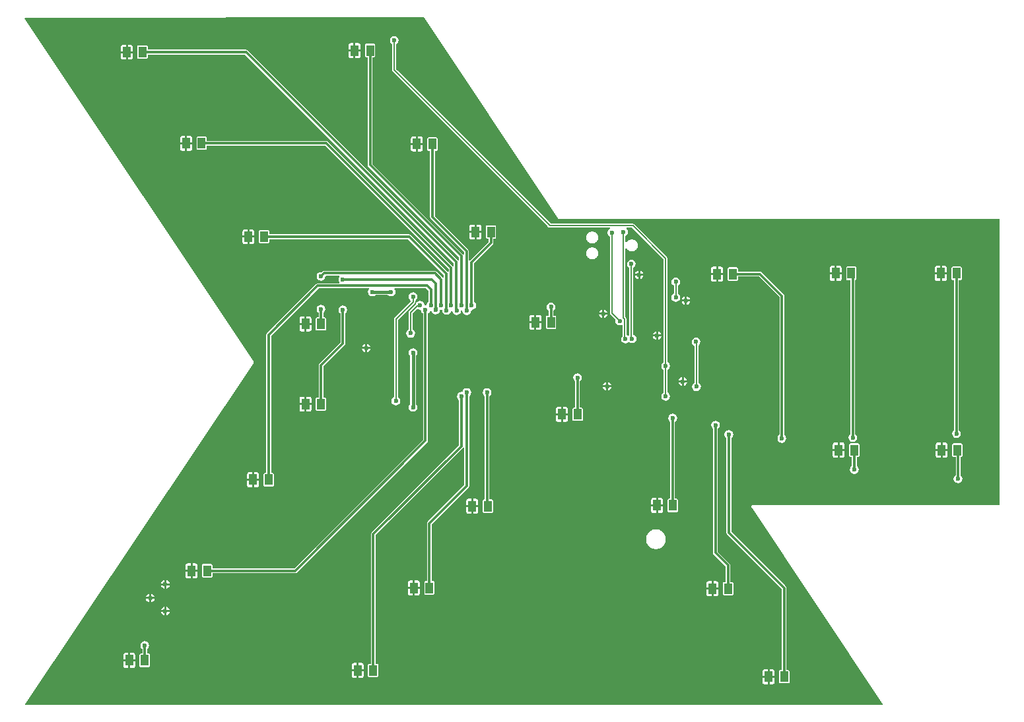
<source format=gbr>
G04*
G04 #@! TF.GenerationSoftware,Altium Limited,Altium Designer,20.2.6 (244)*
G04*
G04 Layer_Physical_Order=1*
G04 Layer_Color=255*
%FSLAX44Y44*%
%MOMM*%
G71*
G04*
G04 #@! TF.SameCoordinates,0F27BA18-1C3A-4387-AE1D-EB8F93CB1518*
G04*
G04*
G04 #@! TF.FilePolarity,Positive*
G04*
G01*
G75*
%ADD10R,1.0000X1.4000*%
%ADD14C,0.2000*%
%ADD15C,0.3000*%
%ADD16C,0.4000*%
%ADD17C,0.6000*%
G36*
X2351974Y1868568D02*
X2352155Y1868387D01*
X2352296Y1868175D01*
X2352508Y1868033D01*
X2352688Y1867853D01*
X2352924Y1867755D01*
X2353137Y1867613D01*
X2353387Y1867563D01*
X2353622Y1867466D01*
X2353877Y1867466D01*
X2354128Y1867416D01*
X2918241D01*
X2918324Y1500721D01*
X2602532Y1500590D01*
X2602283Y1500540D01*
X2602028Y1500540D01*
X2601792Y1500442D01*
X2601541Y1500392D01*
X2601330Y1500251D01*
X2601095Y1500153D01*
X2600914Y1499973D01*
X2600701Y1499830D01*
X2600560Y1499619D01*
X2600380Y1499439D01*
X2600282Y1499203D01*
X2600140Y1498990D01*
X2600091Y1498740D01*
X2599993Y1498505D01*
X2599993Y1498250D01*
X2599944Y1497999D01*
X2599993Y1497749D01*
X2599993Y1497495D01*
X2600091Y1497259D01*
X2600141Y1497008D01*
X2600283Y1496796D01*
X2600380Y1496561D01*
X2768433Y1245008D01*
X2767834Y1243888D01*
X1669404D01*
X1668806Y1245008D01*
X1961202Y1682206D01*
X1961363Y1682595D01*
X1961589Y1683139D01*
Y1683139D01*
X1961589Y1683139D01*
X1961589Y1683542D01*
X1961589Y1684149D01*
X1961589Y1684150D01*
Y1684150D01*
X1961405Y1684597D01*
X1961203Y1685083D01*
X1667642Y2124974D01*
X1668240Y2126095D01*
X2179627Y2126646D01*
X2351974Y1868568D01*
D02*
G37*
%LPC*%
G36*
X2096000Y2093590D02*
X2092270D01*
Y2085270D01*
X2098590D01*
Y2091000D01*
X2098393Y2091991D01*
X2097831Y2092831D01*
X2096991Y2093393D01*
X2096000Y2093590D01*
D02*
G37*
G36*
X2089730D02*
X2086000D01*
X2085009Y2093393D01*
X2084169Y2092831D01*
X2083607Y2091991D01*
X2083410Y2091000D01*
Y2085270D01*
X2089730D01*
Y2093590D01*
D02*
G37*
G36*
X1804000Y2091590D02*
X1800270D01*
Y2083270D01*
X1806590D01*
Y2089000D01*
X1806393Y2089991D01*
X1805831Y2090831D01*
X1804991Y2091393D01*
X1804000Y2091590D01*
D02*
G37*
G36*
X1797730D02*
X1794000D01*
X1793009Y2091393D01*
X1792169Y2090831D01*
X1791607Y2089991D01*
X1791410Y2089000D01*
Y2083270D01*
X1797730D01*
Y2091590D01*
D02*
G37*
G36*
X2098590Y2082730D02*
X2092270D01*
Y2074410D01*
X2096000D01*
X2096991Y2074607D01*
X2097831Y2075169D01*
X2098393Y2076009D01*
X2098590Y2077000D01*
Y2082730D01*
D02*
G37*
G36*
X2089730D02*
X2083410D01*
Y2077000D01*
X2083607Y2076009D01*
X2084169Y2075169D01*
X2085009Y2074607D01*
X2086000Y2074410D01*
X2089730D01*
Y2082730D01*
D02*
G37*
G36*
X1806590Y2080730D02*
X1800270D01*
Y2072410D01*
X1804000D01*
X1804991Y2072607D01*
X1805831Y2073169D01*
X1806393Y2074009D01*
X1806590Y2075000D01*
Y2080730D01*
D02*
G37*
G36*
X1797730D02*
X1791410D01*
Y2075000D01*
X1791607Y2074009D01*
X1792169Y2073169D01*
X1793009Y2072607D01*
X1794000Y2072410D01*
X1797730D01*
Y2080730D01*
D02*
G37*
G36*
X1880000Y1974590D02*
X1876270D01*
Y1966270D01*
X1882590D01*
Y1972000D01*
X1882393Y1972991D01*
X1881831Y1973831D01*
X1880991Y1974393D01*
X1880000Y1974590D01*
D02*
G37*
G36*
X1873730D02*
X1870000D01*
X1869009Y1974393D01*
X1868169Y1973831D01*
X1867607Y1972991D01*
X1867410Y1972000D01*
Y1966270D01*
X1873730D01*
Y1974590D01*
D02*
G37*
G36*
X2176000Y1973590D02*
X2172270D01*
Y1965270D01*
X2178590D01*
Y1971000D01*
X2178393Y1971991D01*
X2177831Y1972831D01*
X2176991Y1973393D01*
X2176000Y1973590D01*
D02*
G37*
G36*
X2169730D02*
X2166000D01*
X2165009Y1973393D01*
X2164169Y1972831D01*
X2163607Y1971991D01*
X2163410Y1971000D01*
Y1965270D01*
X2169730D01*
Y1973590D01*
D02*
G37*
G36*
X1882590Y1963730D02*
X1876270D01*
Y1955410D01*
X1880000D01*
X1880991Y1955607D01*
X1881831Y1956169D01*
X1882393Y1957009D01*
X1882590Y1958000D01*
Y1963730D01*
D02*
G37*
G36*
X1873730D02*
X1867410D01*
Y1958000D01*
X1867607Y1957009D01*
X1868169Y1956169D01*
X1869009Y1955607D01*
X1870000Y1955410D01*
X1873730D01*
Y1963730D01*
D02*
G37*
G36*
X2178590Y1962730D02*
X2172270D01*
Y1954410D01*
X2176000D01*
X2176991Y1954607D01*
X2177831Y1955169D01*
X2178393Y1956009D01*
X2178590Y1957000D01*
Y1962730D01*
D02*
G37*
G36*
X2169730D02*
X2163410D01*
Y1957000D01*
X2163607Y1956009D01*
X2164169Y1955169D01*
X2165009Y1954607D01*
X2166000Y1954410D01*
X2169730D01*
Y1962730D01*
D02*
G37*
G36*
X2251000Y1860590D02*
X2247270D01*
Y1852270D01*
X2253590D01*
Y1858000D01*
X2253393Y1858991D01*
X2252831Y1859831D01*
X2251991Y1860393D01*
X2251000Y1860590D01*
D02*
G37*
G36*
X2244730D02*
X2241000D01*
X2240009Y1860393D01*
X2239169Y1859831D01*
X2238607Y1858991D01*
X2238410Y1858000D01*
Y1852270D01*
X2244730D01*
Y1860590D01*
D02*
G37*
G36*
X1960000Y1854590D02*
X1956270D01*
Y1846270D01*
X1962590D01*
Y1852000D01*
X1962393Y1852991D01*
X1961831Y1853831D01*
X1960991Y1854393D01*
X1960000Y1854590D01*
D02*
G37*
G36*
X1953730D02*
X1950000D01*
X1949009Y1854393D01*
X1948169Y1853831D01*
X1947607Y1852991D01*
X1947410Y1852000D01*
Y1846270D01*
X1953730D01*
Y1854590D01*
D02*
G37*
G36*
X2253590Y1849730D02*
X2247270D01*
Y1841410D01*
X2251000D01*
X2251991Y1841607D01*
X2252831Y1842169D01*
X2253393Y1843009D01*
X2253590Y1844000D01*
Y1849730D01*
D02*
G37*
G36*
X2244730D02*
X2238410D01*
Y1844000D01*
X2238607Y1843009D01*
X2239169Y1842169D01*
X2240009Y1841607D01*
X2241000Y1841410D01*
X2244730D01*
Y1849730D01*
D02*
G37*
G36*
X2395780Y1851738D02*
X2395530Y1851688D01*
X2395275D01*
X2393324Y1851300D01*
X2392390Y1850913D01*
X2390736Y1849808D01*
X2390022Y1849094D01*
X2388917Y1847440D01*
X2388530Y1846506D01*
X2388142Y1844555D01*
Y1843545D01*
X2388530Y1841594D01*
X2388917Y1840660D01*
X2390022Y1839006D01*
X2390736Y1838292D01*
X2392390Y1837187D01*
X2393324Y1836800D01*
X2395275Y1836412D01*
X2395530D01*
X2395780Y1836362D01*
X2396030Y1836412D01*
X2396285D01*
X2398236Y1836800D01*
X2399170Y1837187D01*
X2400824Y1838292D01*
X2401538Y1839006D01*
X2402643Y1840660D01*
X2403030Y1841594D01*
X2403418Y1843545D01*
Y1844555D01*
X2403030Y1846506D01*
X2402643Y1847440D01*
X2401538Y1849094D01*
X2400824Y1849808D01*
X2399170Y1850913D01*
X2398236Y1851300D01*
X2396285Y1851688D01*
X2396030D01*
X2395780Y1851738D01*
D02*
G37*
G36*
X1962590Y1843730D02*
X1956270D01*
Y1835410D01*
X1960000D01*
X1960991Y1835607D01*
X1961831Y1836169D01*
X1962393Y1837009D01*
X1962590Y1838000D01*
Y1843730D01*
D02*
G37*
G36*
X1953730D02*
X1947410D01*
Y1838000D01*
X1947607Y1837009D01*
X1948169Y1836169D01*
X1949009Y1835607D01*
X1950000Y1835410D01*
X1953730D01*
Y1843730D01*
D02*
G37*
G36*
X2395780Y1831418D02*
X2395530Y1831368D01*
X2395275D01*
X2393324Y1830980D01*
X2392390Y1830593D01*
X2390736Y1829488D01*
X2390022Y1828774D01*
X2388917Y1827120D01*
X2388530Y1826186D01*
X2388142Y1824235D01*
Y1823225D01*
X2388530Y1821274D01*
X2388917Y1820340D01*
X2390022Y1818686D01*
X2390736Y1817972D01*
X2392390Y1816867D01*
X2393324Y1816480D01*
X2395275Y1816092D01*
X2395530D01*
X2395780Y1816042D01*
X2396030Y1816092D01*
X2396285D01*
X2398236Y1816480D01*
X2399170Y1816867D01*
X2400824Y1817972D01*
X2401538Y1818686D01*
X2402643Y1820340D01*
X2403030Y1821274D01*
X2403418Y1823225D01*
Y1824235D01*
X2403030Y1826186D01*
X2402643Y1827120D01*
X2401538Y1828774D01*
X2400824Y1829488D01*
X2399170Y1830593D01*
X2398236Y1830980D01*
X2396285Y1831368D01*
X2396030D01*
X2395780Y1831418D01*
D02*
G37*
G36*
X2116000Y2092624D02*
X2106000D01*
X2104852Y2092148D01*
X2104376Y2091000D01*
Y2077000D01*
X2104852Y2075852D01*
X2106000Y2075376D01*
X2107941D01*
Y1937000D01*
X2107941Y1937000D01*
X2108174Y1935829D01*
X2108837Y1934837D01*
X2224941Y1818733D01*
Y1815036D01*
X2223671Y1814650D01*
X2223663Y1814663D01*
X1954163Y2084163D01*
X1953170Y2084826D01*
X1952000Y2085059D01*
X1952000Y2085059D01*
X1825624D01*
Y2089000D01*
X1825148Y2090148D01*
X1824000Y2090624D01*
X1814000D01*
X1812852Y2090148D01*
X1812376Y2089000D01*
Y2075000D01*
X1812852Y2073852D01*
X1814000Y2073376D01*
X1824000D01*
X1825148Y2073852D01*
X1825624Y2075000D01*
Y2078941D01*
X1950733D01*
X2218441Y1811233D01*
Y1807536D01*
X2217171Y1807150D01*
X2217163Y1807163D01*
X2057163Y1967163D01*
X2056171Y1967826D01*
X2055000Y1968059D01*
X2055000Y1968059D01*
X1901624D01*
Y1972000D01*
X1901148Y1973148D01*
X1900000Y1973624D01*
X1890000D01*
X1888852Y1973148D01*
X1888376Y1972000D01*
Y1958000D01*
X1888852Y1956852D01*
X1890000Y1956376D01*
X1900000D01*
X1901148Y1956852D01*
X1901624Y1958000D01*
Y1961941D01*
X2053733D01*
X2211941Y1803733D01*
Y1800036D01*
X2210671Y1799650D01*
X2210663Y1799663D01*
X2163163Y1847163D01*
X2162171Y1847826D01*
X2161000Y1848059D01*
X2161000Y1848059D01*
X1981624D01*
Y1852000D01*
X1981148Y1853148D01*
X1980000Y1853624D01*
X1970000D01*
X1968852Y1853148D01*
X1968376Y1852000D01*
Y1838000D01*
X1968852Y1836852D01*
X1970000Y1836376D01*
X1980000D01*
X1981148Y1836852D01*
X1981624Y1838000D01*
Y1841941D01*
X2159733D01*
X2205441Y1796233D01*
Y1792536D01*
X2204171Y1792150D01*
X2204163Y1792163D01*
X2196163Y1800163D01*
X2195170Y1800826D01*
X2194000Y1801059D01*
X2194000Y1801059D01*
X2052000D01*
X2052000Y1801059D01*
X2050829Y1800826D01*
X2049837Y1800163D01*
X2049837Y1800163D01*
X2049103Y1799429D01*
X2048000Y1799648D01*
X2045838Y1799219D01*
X2044006Y1797994D01*
X2042781Y1796162D01*
X2042352Y1794000D01*
X2042781Y1791838D01*
X2044006Y1790006D01*
X2045838Y1788781D01*
X2048000Y1788351D01*
X2050162Y1788781D01*
X2051994Y1790006D01*
X2053219Y1791838D01*
X2053649Y1794000D01*
X2054421Y1794941D01*
X2071311D01*
X2071790Y1793671D01*
X2070781Y1792162D01*
X2070352Y1790000D01*
X2070781Y1787838D01*
X2071790Y1786329D01*
X2071311Y1785059D01*
X2044000D01*
X2042829Y1784826D01*
X2041837Y1784163D01*
X1978837Y1721163D01*
X1978174Y1720170D01*
X1977941Y1719000D01*
X1977941Y1719000D01*
Y1541624D01*
X1976000D01*
X1974852Y1541148D01*
X1974376Y1540000D01*
Y1526000D01*
X1974852Y1524852D01*
X1976000Y1524376D01*
X1986000D01*
X1987148Y1524852D01*
X1987624Y1526000D01*
Y1540000D01*
X1987148Y1541148D01*
X1986000Y1541624D01*
X1984059D01*
Y1717733D01*
X2045267Y1778941D01*
X2109311D01*
X2109790Y1777671D01*
X2108781Y1776162D01*
X2108351Y1774000D01*
X2108781Y1771838D01*
X2110006Y1770006D01*
X2111838Y1768781D01*
X2114000Y1768351D01*
X2116162Y1768781D01*
X2117994Y1770006D01*
X2118278Y1770431D01*
X2133721D01*
X2134006Y1770006D01*
X2135838Y1768781D01*
X2138000Y1768351D01*
X2140162Y1768781D01*
X2141994Y1770006D01*
X2143219Y1771838D01*
X2143649Y1774000D01*
X2143219Y1776162D01*
X2142210Y1777671D01*
X2142689Y1778941D01*
X2182733D01*
X2185941Y1775733D01*
Y1761619D01*
X2185006Y1760994D01*
X2183781Y1759162D01*
X2183480Y1757645D01*
X2182235Y1756597D01*
X2181996Y1756645D01*
X2181765Y1756599D01*
X2180520Y1757646D01*
X2180219Y1759162D01*
X2178994Y1760994D01*
X2177162Y1762218D01*
X2175000Y1762648D01*
X2172838Y1762218D01*
X2171006Y1760994D01*
X2169781Y1759162D01*
X2169589Y1758194D01*
X2161198Y1749802D01*
X2160645Y1748975D01*
X2160451Y1748000D01*
Y1725960D01*
X2159006Y1724994D01*
X2157781Y1723162D01*
X2157352Y1721000D01*
X2157781Y1718838D01*
X2159006Y1717006D01*
X2160838Y1715782D01*
X2163000Y1715352D01*
X2165162Y1715782D01*
X2166994Y1717006D01*
X2168219Y1718838D01*
X2168649Y1721000D01*
X2168219Y1723162D01*
X2166994Y1724994D01*
X2165549Y1725960D01*
Y1746944D01*
X2171368Y1752764D01*
X2172838Y1751781D01*
X2175000Y1751351D01*
X2175231Y1751397D01*
X2176476Y1750350D01*
X2176777Y1748835D01*
X2178002Y1747002D01*
X2178937Y1746377D01*
Y1584263D01*
X2013733Y1419059D01*
X1908624D01*
Y1423000D01*
X1908148Y1424148D01*
X1907000Y1424624D01*
X1897000D01*
X1895852Y1424148D01*
X1895376Y1423000D01*
Y1409000D01*
X1895852Y1407852D01*
X1897000Y1407376D01*
X1907000D01*
X1908148Y1407852D01*
X1908624Y1409000D01*
Y1412941D01*
X2015000D01*
X2015000Y1412941D01*
X2016171Y1413174D01*
X2017163Y1413837D01*
X2184158Y1580833D01*
X2184158Y1580833D01*
X2184822Y1581825D01*
X2185054Y1582996D01*
Y1746377D01*
X2185990Y1747002D01*
X2187214Y1748835D01*
X2187370Y1749620D01*
X2188683Y1750497D01*
X2189446Y1750316D01*
X2189514Y1750159D01*
X2189777Y1748835D01*
X2191001Y1747002D01*
X2192834Y1745778D01*
X2194996Y1745348D01*
X2197157Y1745778D01*
X2198990Y1747002D01*
X2200214Y1748835D01*
X2200644Y1750997D01*
X2201165Y1751517D01*
X2202000Y1751351D01*
X2202462Y1751443D01*
X2203360Y1750545D01*
X2203351Y1750500D01*
X2203781Y1748338D01*
X2205006Y1746506D01*
X2206838Y1745281D01*
X2209000Y1744852D01*
X2211162Y1745281D01*
X2212994Y1746506D01*
X2214219Y1748338D01*
X2214577Y1750141D01*
X2214711Y1750523D01*
X2215182Y1750631D01*
X2215499Y1750460D01*
X2216428Y1749613D01*
X2216781Y1747838D01*
X2218006Y1746006D01*
X2219838Y1744781D01*
X2222000Y1744352D01*
X2224162Y1744781D01*
X2225994Y1746006D01*
X2227219Y1747838D01*
X2227648Y1750000D01*
X2228440Y1750566D01*
X2229352Y1750000D01*
X2229781Y1747838D01*
X2231006Y1746006D01*
X2232838Y1744781D01*
X2235000Y1744352D01*
X2237162Y1744781D01*
X2238994Y1746006D01*
X2240219Y1747838D01*
X2240648Y1750000D01*
X2240643Y1750026D01*
X2241488Y1751149D01*
X2243412Y1751531D01*
X2245244Y1752756D01*
X2246469Y1754588D01*
X2246898Y1756750D01*
X2246469Y1758912D01*
X2245244Y1760744D01*
X2244309Y1761369D01*
Y1810983D01*
X2268163Y1834837D01*
X2268826Y1835829D01*
X2269059Y1837000D01*
X2269059Y1837000D01*
Y1842376D01*
X2271000D01*
X2272148Y1842852D01*
X2272624Y1844000D01*
Y1858000D01*
X2272148Y1859148D01*
X2271000Y1859624D01*
X2261000D01*
X2259852Y1859148D01*
X2259376Y1858000D01*
Y1844000D01*
X2259852Y1842852D01*
X2261000Y1842376D01*
X2262941D01*
Y1838267D01*
X2239087Y1814413D01*
X2239079Y1814400D01*
X2237809Y1814786D01*
Y1826250D01*
X2237576Y1827421D01*
X2236913Y1828413D01*
X2236913Y1828413D01*
X2194059Y1871267D01*
Y1955376D01*
X2196000D01*
X2197148Y1955852D01*
X2197624Y1957000D01*
Y1971000D01*
X2197148Y1972148D01*
X2196000Y1972624D01*
X2186000D01*
X2184852Y1972148D01*
X2184376Y1971000D01*
Y1957000D01*
X2184852Y1955852D01*
X2186000Y1955376D01*
X2187941D01*
Y1870000D01*
X2187941Y1870000D01*
X2188174Y1868829D01*
X2188837Y1867837D01*
X2231691Y1824983D01*
Y1822162D01*
X2230421Y1821776D01*
X2230163Y1822163D01*
X2230163Y1822163D01*
X2114059Y1938267D01*
Y2075376D01*
X2116000D01*
X2117148Y2075852D01*
X2117624Y2077000D01*
Y2091000D01*
X2117148Y2092148D01*
X2116000Y2092624D01*
D02*
G37*
G36*
X2848000Y1807590D02*
X2844270D01*
Y1799270D01*
X2850590D01*
Y1805000D01*
X2850392Y1805991D01*
X2849831Y1806831D01*
X2848991Y1807393D01*
X2848000Y1807590D01*
D02*
G37*
G36*
X2841730D02*
X2838000D01*
X2837009Y1807393D01*
X2836169Y1806831D01*
X2835607Y1805991D01*
X2835410Y1805000D01*
Y1799270D01*
X2841730D01*
Y1807590D01*
D02*
G37*
G36*
X2713000D02*
X2709270D01*
Y1799270D01*
X2715590D01*
Y1805000D01*
X2715392Y1805991D01*
X2714831Y1806831D01*
X2713991Y1807393D01*
X2713000Y1807590D01*
D02*
G37*
G36*
X2706730D02*
X2703000D01*
X2702009Y1807393D01*
X2701169Y1806831D01*
X2700607Y1805991D01*
X2700410Y1805000D01*
Y1799270D01*
X2706730D01*
Y1807590D01*
D02*
G37*
G36*
X2561000Y1806590D02*
X2557270D01*
Y1798270D01*
X2563590D01*
Y1804000D01*
X2563393Y1804991D01*
X2562831Y1805831D01*
X2561991Y1806393D01*
X2561000Y1806590D01*
D02*
G37*
G36*
X2554730D02*
X2551000D01*
X2550009Y1806393D01*
X2549169Y1805831D01*
X2548607Y1804991D01*
X2548410Y1804000D01*
Y1798270D01*
X2554730D01*
Y1806590D01*
D02*
G37*
G36*
X2457270Y1801396D02*
Y1797270D01*
X2461396D01*
X2461219Y1798162D01*
X2459994Y1799994D01*
X2458162Y1801219D01*
X2457270Y1801396D01*
D02*
G37*
G36*
X2454730D02*
X2453838Y1801219D01*
X2452006Y1799994D01*
X2450781Y1798162D01*
X2450604Y1797270D01*
X2454730D01*
Y1801396D01*
D02*
G37*
G36*
X2461396Y1794730D02*
X2457270D01*
Y1790604D01*
X2458162Y1790781D01*
X2459994Y1792006D01*
X2461219Y1793838D01*
X2461396Y1794730D01*
D02*
G37*
G36*
X2454730D02*
X2450604D01*
X2450781Y1793838D01*
X2452006Y1792006D01*
X2453838Y1790781D01*
X2454730Y1790604D01*
Y1794730D01*
D02*
G37*
G36*
X2850590Y1796730D02*
X2844270D01*
Y1788410D01*
X2848000D01*
X2848991Y1788607D01*
X2849831Y1789169D01*
X2850392Y1790009D01*
X2850590Y1791000D01*
Y1796730D01*
D02*
G37*
G36*
X2841730D02*
X2835410D01*
Y1791000D01*
X2835607Y1790009D01*
X2836169Y1789169D01*
X2837009Y1788607D01*
X2838000Y1788410D01*
X2841730D01*
Y1796730D01*
D02*
G37*
G36*
X2715590Y1796730D02*
X2709270D01*
Y1788410D01*
X2713000D01*
X2713991Y1788607D01*
X2714831Y1789169D01*
X2715392Y1790009D01*
X2715590Y1791000D01*
Y1796730D01*
D02*
G37*
G36*
X2706730D02*
X2700410D01*
Y1791000D01*
X2700607Y1790009D01*
X2701169Y1789169D01*
X2702009Y1788607D01*
X2703000Y1788410D01*
X2706730D01*
Y1796730D01*
D02*
G37*
G36*
X2563590Y1795730D02*
X2557270D01*
Y1787410D01*
X2561000D01*
X2561991Y1787607D01*
X2562831Y1788169D01*
X2563393Y1789009D01*
X2563590Y1790000D01*
Y1795730D01*
D02*
G37*
G36*
X2554730D02*
X2548410D01*
Y1790000D01*
X2548607Y1789009D01*
X2549169Y1788169D01*
X2550009Y1787607D01*
X2551000Y1787410D01*
X2554730D01*
Y1795730D01*
D02*
G37*
G36*
X2517270Y1768396D02*
Y1764270D01*
X2521396D01*
X2521219Y1765162D01*
X2519994Y1766994D01*
X2518162Y1768219D01*
X2517270Y1768396D01*
D02*
G37*
G36*
X2514730D02*
X2513838Y1768219D01*
X2512006Y1766994D01*
X2510781Y1765162D01*
X2510604Y1764270D01*
X2514730D01*
Y1768396D01*
D02*
G37*
G36*
X2503000Y1792648D02*
X2500838Y1792219D01*
X2499006Y1790994D01*
X2497781Y1789162D01*
X2497352Y1787000D01*
X2497781Y1784838D01*
X2499006Y1783006D01*
X2500451Y1782040D01*
Y1771960D01*
X2499006Y1770994D01*
X2497781Y1769162D01*
X2497352Y1767000D01*
X2497781Y1764838D01*
X2499006Y1763006D01*
X2500838Y1761781D01*
X2503000Y1761351D01*
X2505162Y1761781D01*
X2506994Y1763006D01*
X2508219Y1764838D01*
X2508649Y1767000D01*
X2508219Y1769162D01*
X2506994Y1770994D01*
X2505549Y1771960D01*
Y1782040D01*
X2506994Y1783006D01*
X2508219Y1784838D01*
X2508649Y1787000D01*
X2508219Y1789162D01*
X2506994Y1790994D01*
X2505162Y1792219D01*
X2503000Y1792648D01*
D02*
G37*
G36*
X2521396Y1761730D02*
X2517270D01*
Y1757604D01*
X2518162Y1757781D01*
X2519994Y1759006D01*
X2521219Y1760838D01*
X2521396Y1761730D01*
D02*
G37*
G36*
X2514730D02*
X2510604D01*
X2510781Y1760838D01*
X2512006Y1759006D01*
X2513838Y1757781D01*
X2514730Y1757604D01*
Y1761730D01*
D02*
G37*
G36*
X2411270Y1751396D02*
Y1747270D01*
X2415396D01*
X2415219Y1748162D01*
X2413994Y1749994D01*
X2412162Y1751219D01*
X2411270Y1751396D01*
D02*
G37*
G36*
X2408730D02*
X2407838Y1751219D01*
X2406006Y1749994D01*
X2404781Y1748162D01*
X2404604Y1747270D01*
X2408730D01*
Y1751396D01*
D02*
G37*
G36*
X2415396Y1744730D02*
X2411270D01*
Y1740604D01*
X2412162Y1740781D01*
X2413994Y1742006D01*
X2415219Y1743838D01*
X2415396Y1744730D01*
D02*
G37*
G36*
X2408730D02*
X2404604D01*
X2404781Y1743838D01*
X2406006Y1742006D01*
X2407838Y1740781D01*
X2408730Y1740604D01*
Y1744730D01*
D02*
G37*
G36*
X2328000Y1744590D02*
X2324270D01*
Y1736270D01*
X2330590D01*
Y1742000D01*
X2330393Y1742991D01*
X2329831Y1743831D01*
X2328991Y1744393D01*
X2328000Y1744590D01*
D02*
G37*
G36*
X2321730D02*
X2318000D01*
X2317009Y1744393D01*
X2316169Y1743831D01*
X2315607Y1742991D01*
X2315410Y1742000D01*
Y1736270D01*
X2321730D01*
Y1744590D01*
D02*
G37*
G36*
X2033000Y1742590D02*
X2029270D01*
Y1734270D01*
X2035590D01*
Y1740000D01*
X2035393Y1740991D01*
X2034831Y1741831D01*
X2033991Y1742393D01*
X2033000Y1742590D01*
D02*
G37*
G36*
X2026730D02*
X2023000D01*
X2022009Y1742393D01*
X2021169Y1741831D01*
X2020607Y1740991D01*
X2020410Y1740000D01*
Y1734270D01*
X2026730D01*
Y1742590D01*
D02*
G37*
G36*
X2343000Y1760648D02*
X2340838Y1760219D01*
X2339006Y1758994D01*
X2337781Y1757162D01*
X2337352Y1755000D01*
X2337781Y1752838D01*
X2339006Y1751006D01*
X2339941Y1750381D01*
Y1743624D01*
X2338000D01*
X2336852Y1743148D01*
X2336376Y1742000D01*
Y1728000D01*
X2336852Y1726852D01*
X2338000Y1726376D01*
X2348000D01*
X2349148Y1726852D01*
X2349624Y1728000D01*
Y1742000D01*
X2349148Y1743148D01*
X2348000Y1743624D01*
X2346059D01*
Y1750381D01*
X2346994Y1751006D01*
X2348219Y1752838D01*
X2348649Y1755000D01*
X2348219Y1757162D01*
X2346994Y1758994D01*
X2345162Y1760219D01*
X2343000Y1760648D01*
D02*
G37*
G36*
X2330590Y1733730D02*
X2324270D01*
Y1725410D01*
X2328000D01*
X2328991Y1725607D01*
X2329831Y1726169D01*
X2330393Y1727009D01*
X2330590Y1728000D01*
Y1733730D01*
D02*
G37*
G36*
X2321730D02*
X2315410D01*
Y1728000D01*
X2315607Y1727009D01*
X2316169Y1726169D01*
X2317009Y1725607D01*
X2318000Y1725410D01*
X2321730D01*
Y1733730D01*
D02*
G37*
G36*
X2048000Y1757648D02*
X2045838Y1757219D01*
X2044006Y1755994D01*
X2042781Y1754162D01*
X2042352Y1752000D01*
X2042781Y1749838D01*
X2044006Y1748006D01*
X2044941Y1747381D01*
Y1741624D01*
X2043000D01*
X2041852Y1741148D01*
X2041376Y1740000D01*
Y1726000D01*
X2041852Y1724852D01*
X2043000Y1724376D01*
X2053000D01*
X2054148Y1724852D01*
X2054624Y1726000D01*
Y1740000D01*
X2054148Y1741148D01*
X2053000Y1741624D01*
X2051059D01*
Y1747381D01*
X2051994Y1748006D01*
X2053219Y1749838D01*
X2053649Y1752000D01*
X2053219Y1754162D01*
X2051994Y1755994D01*
X2050162Y1757219D01*
X2048000Y1757648D01*
D02*
G37*
G36*
X2035590Y1731730D02*
X2029270D01*
Y1723410D01*
X2033000D01*
X2033991Y1723607D01*
X2034831Y1724169D01*
X2035393Y1725009D01*
X2035590Y1726000D01*
Y1731730D01*
D02*
G37*
G36*
X2026730D02*
X2020410D01*
Y1726000D01*
X2020607Y1725009D01*
X2021169Y1724169D01*
X2022009Y1723607D01*
X2023000Y1723410D01*
X2026730D01*
Y1731730D01*
D02*
G37*
G36*
X2480270Y1723396D02*
Y1719270D01*
X2484396D01*
X2484219Y1720162D01*
X2482994Y1721994D01*
X2481162Y1723219D01*
X2480270Y1723396D01*
D02*
G37*
G36*
X2477730D02*
X2476838Y1723219D01*
X2475006Y1721994D01*
X2473781Y1720162D01*
X2473604Y1719270D01*
X2477730D01*
Y1723396D01*
D02*
G37*
G36*
X2484396Y1716730D02*
X2480270D01*
Y1712604D01*
X2481162Y1712781D01*
X2482994Y1714006D01*
X2484219Y1715838D01*
X2484396Y1716730D01*
D02*
G37*
G36*
X2477730D02*
X2473604D01*
X2473781Y1715838D01*
X2475006Y1714006D01*
X2476838Y1712781D01*
X2477730Y1712604D01*
Y1716730D01*
D02*
G37*
G36*
X2107270Y1707396D02*
Y1703270D01*
X2111396D01*
X2111219Y1704162D01*
X2109994Y1705994D01*
X2108162Y1707219D01*
X2107270Y1707396D01*
D02*
G37*
G36*
X2104730D02*
X2103838Y1707219D01*
X2102006Y1705994D01*
X2100781Y1704162D01*
X2100604Y1703270D01*
X2104730D01*
Y1707396D01*
D02*
G37*
G36*
X2111396Y1700730D02*
X2107270D01*
Y1696604D01*
X2108162Y1696781D01*
X2109994Y1698006D01*
X2111219Y1699838D01*
X2111396Y1700730D01*
D02*
G37*
G36*
X2104730D02*
X2100604D01*
X2100781Y1699838D01*
X2102006Y1698006D01*
X2103838Y1696781D01*
X2104730Y1696604D01*
Y1700730D01*
D02*
G37*
G36*
X2513270Y1664396D02*
Y1660270D01*
X2517396D01*
X2517219Y1661162D01*
X2515994Y1662994D01*
X2514162Y1664219D01*
X2513270Y1664396D01*
D02*
G37*
G36*
X2510730D02*
X2509838Y1664219D01*
X2508006Y1662994D01*
X2506781Y1661162D01*
X2506604Y1660270D01*
X2510730D01*
Y1664396D01*
D02*
G37*
G36*
X2416270Y1658396D02*
Y1654270D01*
X2420396D01*
X2420219Y1655162D01*
X2418994Y1656994D01*
X2417162Y1658219D01*
X2416270Y1658396D01*
D02*
G37*
G36*
X2413730D02*
X2412838Y1658219D01*
X2411006Y1656994D01*
X2409781Y1655162D01*
X2409604Y1654270D01*
X2413730D01*
Y1658396D01*
D02*
G37*
G36*
X2517396Y1657730D02*
X2513270D01*
Y1653604D01*
X2514162Y1653781D01*
X2515994Y1655006D01*
X2517219Y1656838D01*
X2517396Y1657730D01*
D02*
G37*
G36*
X2510730D02*
X2506604D01*
X2506781Y1656838D01*
X2508006Y1655006D01*
X2509838Y1653781D01*
X2510730Y1653604D01*
Y1657730D01*
D02*
G37*
G36*
X2420396Y1651730D02*
X2416270D01*
Y1647604D01*
X2417162Y1647781D01*
X2418994Y1649006D01*
X2420219Y1650838D01*
X2420396Y1651730D01*
D02*
G37*
G36*
X2413730D02*
X2409604D01*
X2409781Y1650838D01*
X2411006Y1649006D01*
X2412838Y1647781D01*
X2413730Y1647604D01*
Y1651730D01*
D02*
G37*
G36*
X2529000Y1715648D02*
X2526838Y1715219D01*
X2525006Y1713994D01*
X2523781Y1712162D01*
X2523351Y1710000D01*
X2523781Y1707838D01*
X2525006Y1706006D01*
X2526838Y1704781D01*
X2526951Y1704759D01*
Y1657389D01*
X2525506Y1656423D01*
X2524281Y1654591D01*
X2523851Y1652429D01*
X2524281Y1650267D01*
X2525506Y1648435D01*
X2527338Y1647210D01*
X2529500Y1646781D01*
X2531662Y1647210D01*
X2533494Y1648435D01*
X2534719Y1650267D01*
X2535148Y1652429D01*
X2534719Y1654591D01*
X2533494Y1656423D01*
X2532049Y1657389D01*
Y1705374D01*
X2532994Y1706006D01*
X2534219Y1707838D01*
X2534648Y1710000D01*
X2534219Y1712162D01*
X2532994Y1713994D01*
X2531162Y1715219D01*
X2529000Y1715648D01*
D02*
G37*
G36*
X2235000Y1650648D02*
X2232838Y1650219D01*
X2231006Y1648994D01*
X2229781Y1647162D01*
X2229423Y1645361D01*
X2227995Y1645645D01*
X2225834Y1645215D01*
X2224001Y1643991D01*
X2222777Y1642158D01*
X2222347Y1639997D01*
X2222777Y1637835D01*
X2224001Y1636003D01*
X2224937Y1635378D01*
Y1577263D01*
X2112837Y1465163D01*
X2112174Y1464171D01*
X2111941Y1463000D01*
X2111941Y1463000D01*
Y1296624D01*
X2110000D01*
X2108852Y1296148D01*
X2108376Y1295000D01*
Y1281000D01*
X2108852Y1279852D01*
X2110000Y1279376D01*
X2120000D01*
X2121148Y1279852D01*
X2121624Y1281000D01*
Y1295000D01*
X2121148Y1296148D01*
X2120000Y1296624D01*
X2118059D01*
Y1461733D01*
X2230158Y1573833D01*
X2230158Y1573833D01*
X2230671Y1574600D01*
X2231747Y1574465D01*
X2231941Y1574389D01*
Y1526267D01*
X2184837Y1479163D01*
X2184174Y1478170D01*
X2183941Y1477000D01*
X2183941Y1477000D01*
Y1402624D01*
X2182000D01*
X2180852Y1402148D01*
X2180376Y1401000D01*
Y1387000D01*
X2180852Y1385852D01*
X2182000Y1385376D01*
X2192000D01*
X2193148Y1385852D01*
X2193624Y1387000D01*
Y1401000D01*
X2193148Y1402148D01*
X2192000Y1402624D01*
X2190059D01*
Y1475733D01*
X2237163Y1522837D01*
X2237826Y1523829D01*
X2238059Y1525000D01*
X2238059Y1525000D01*
Y1640381D01*
X2238994Y1641006D01*
X2240219Y1642838D01*
X2240648Y1645000D01*
X2240219Y1647162D01*
X2238994Y1648994D01*
X2237162Y1650219D01*
X2235000Y1650648D01*
D02*
G37*
G36*
X2142000Y2102648D02*
X2139838Y2102219D01*
X2138006Y2100994D01*
X2136781Y2099162D01*
X2136351Y2097000D01*
X2136781Y2094838D01*
X2138006Y2093006D01*
X2139451Y2092040D01*
Y2059000D01*
X2139645Y2058024D01*
X2140198Y2057198D01*
X2340198Y1857198D01*
X2341025Y1856645D01*
X2342000Y1856451D01*
X2418393D01*
X2418800Y1855276D01*
X2418782Y1855181D01*
X2417006Y1853994D01*
X2415782Y1852162D01*
X2415352Y1850000D01*
X2415782Y1847838D01*
X2417006Y1846006D01*
X2418451Y1845040D01*
Y1747000D01*
X2418645Y1746024D01*
X2419198Y1745198D01*
X2425691Y1738705D01*
X2425352Y1737000D01*
X2425781Y1734838D01*
X2427006Y1733006D01*
X2428838Y1731781D01*
X2431000Y1731351D01*
X2433162Y1731781D01*
X2433331Y1731895D01*
X2434451Y1731296D01*
Y1717412D01*
X2433281Y1715662D01*
X2432852Y1713500D01*
X2433281Y1711338D01*
X2434506Y1709506D01*
X2436338Y1708281D01*
X2438500Y1707852D01*
X2440662Y1708281D01*
X2442494Y1709506D01*
X2443765Y1709498D01*
X2444838Y1708781D01*
X2447000Y1708351D01*
X2449162Y1708781D01*
X2450994Y1710006D01*
X2452219Y1711838D01*
X2452648Y1714000D01*
X2452219Y1716162D01*
X2450994Y1717994D01*
X2449162Y1719219D01*
X2448549Y1719340D01*
Y1805040D01*
X2449994Y1806006D01*
X2451219Y1807838D01*
X2451649Y1810000D01*
X2451219Y1812162D01*
X2449994Y1813994D01*
X2448162Y1815219D01*
X2446000Y1815648D01*
X2443838Y1815219D01*
X2442006Y1813994D01*
X2440782Y1812162D01*
X2440352Y1810000D01*
X2440782Y1807838D01*
X2442006Y1806006D01*
X2443451Y1805040D01*
Y1719080D01*
X2442303Y1717998D01*
X2441735Y1718002D01*
X2440662Y1718719D01*
X2439549Y1718940D01*
Y1739485D01*
X2439355Y1740461D01*
X2438802Y1741288D01*
X2438549Y1741541D01*
Y1829421D01*
X2438783Y1829612D01*
X2440478Y1829362D01*
X2440822Y1828846D01*
X2441536Y1828132D01*
X2443190Y1827027D01*
X2444124Y1826640D01*
X2446075Y1826252D01*
X2446330D01*
X2446580Y1826202D01*
X2446830Y1826252D01*
X2447085D01*
X2449036Y1826640D01*
X2449970Y1827027D01*
X2451624Y1828132D01*
X2452338Y1828846D01*
X2453443Y1830500D01*
X2453830Y1831434D01*
X2454218Y1833385D01*
Y1834395D01*
X2453830Y1836346D01*
X2453443Y1837280D01*
X2452338Y1838934D01*
X2451624Y1839648D01*
X2449970Y1840753D01*
X2449036Y1841140D01*
X2447085Y1841528D01*
X2446830D01*
X2446580Y1841578D01*
X2446330Y1841528D01*
X2446075D01*
X2444124Y1841140D01*
X2443190Y1840753D01*
X2441536Y1839648D01*
X2440822Y1838934D01*
X2440478Y1838418D01*
X2438783Y1838168D01*
X2438549Y1838359D01*
Y1846040D01*
X2439994Y1847006D01*
X2441219Y1848838D01*
X2441649Y1851000D01*
X2441219Y1853162D01*
X2439994Y1854994D01*
X2439714Y1855181D01*
X2440100Y1856451D01*
X2446944D01*
X2487451Y1815944D01*
Y1683960D01*
X2486006Y1682994D01*
X2484781Y1681162D01*
X2484352Y1679000D01*
X2484781Y1676838D01*
X2486006Y1675006D01*
X2487451Y1674040D01*
Y1644960D01*
X2486006Y1643994D01*
X2484781Y1642162D01*
X2484352Y1640000D01*
X2484781Y1637838D01*
X2486006Y1636006D01*
X2487838Y1634781D01*
X2490000Y1634352D01*
X2492162Y1634781D01*
X2493994Y1636006D01*
X2495219Y1637838D01*
X2495648Y1640000D01*
X2495219Y1642162D01*
X2493994Y1643994D01*
X2492549Y1644960D01*
Y1674040D01*
X2493994Y1675006D01*
X2495219Y1676838D01*
X2495648Y1679000D01*
X2495219Y1681162D01*
X2493994Y1682994D01*
X2492549Y1683960D01*
Y1817000D01*
X2492355Y1817975D01*
X2491802Y1818802D01*
X2449802Y1860802D01*
X2448976Y1861355D01*
X2448000Y1861549D01*
X2343056D01*
X2144549Y2060056D01*
Y2092040D01*
X2145994Y2093006D01*
X2147219Y2094838D01*
X2147648Y2097000D01*
X2147219Y2099162D01*
X2145994Y2100994D01*
X2144162Y2102219D01*
X2142000Y2102648D01*
D02*
G37*
G36*
X2033000Y1639590D02*
X2029270D01*
Y1631270D01*
X2035590D01*
Y1637000D01*
X2035393Y1637991D01*
X2034831Y1638831D01*
X2033991Y1639393D01*
X2033000Y1639590D01*
D02*
G37*
G36*
X2026730D02*
X2023000D01*
X2022009Y1639393D01*
X2021169Y1638831D01*
X2020607Y1637991D01*
X2020410Y1637000D01*
Y1631270D01*
X2026730D01*
Y1639590D01*
D02*
G37*
G36*
X2166000Y1773649D02*
X2163838Y1773219D01*
X2162006Y1771994D01*
X2160782Y1770162D01*
X2160352Y1768000D01*
X2160782Y1765838D01*
X2162006Y1764006D01*
X2163187Y1763217D01*
X2163274Y1761879D01*
X2142198Y1740802D01*
X2141645Y1739975D01*
X2141451Y1739000D01*
Y1638960D01*
X2140006Y1637994D01*
X2138781Y1636162D01*
X2138351Y1634000D01*
X2138781Y1631838D01*
X2140006Y1630006D01*
X2141838Y1628781D01*
X2144000Y1628351D01*
X2146162Y1628781D01*
X2147994Y1630006D01*
X2149219Y1631838D01*
X2149648Y1634000D01*
X2149219Y1636162D01*
X2147994Y1637994D01*
X2146549Y1638960D01*
Y1737944D01*
X2167802Y1759198D01*
X2168355Y1760025D01*
X2168549Y1761000D01*
Y1763040D01*
X2169994Y1764006D01*
X2171219Y1765838D01*
X2171649Y1768000D01*
X2171219Y1770162D01*
X2169994Y1771994D01*
X2168162Y1773219D01*
X2166000Y1773649D01*
D02*
G37*
G36*
X2076000Y1756649D02*
X2073838Y1756219D01*
X2072006Y1754994D01*
X2070781Y1753162D01*
X2070352Y1751000D01*
X2070781Y1748838D01*
X2072006Y1747006D01*
X2072941Y1746381D01*
Y1709267D01*
X2045837Y1682163D01*
X2045174Y1681171D01*
X2044941Y1680000D01*
X2044941Y1680000D01*
Y1638624D01*
X2043000D01*
X2041852Y1638148D01*
X2041376Y1637000D01*
Y1623000D01*
X2041852Y1621852D01*
X2043000Y1621376D01*
X2053000D01*
X2054148Y1621852D01*
X2054624Y1623000D01*
Y1637000D01*
X2054148Y1638148D01*
X2053000Y1638624D01*
X2051059D01*
Y1678733D01*
X2078163Y1705837D01*
X2078163Y1705837D01*
X2078826Y1706830D01*
X2079059Y1708000D01*
Y1746381D01*
X2079994Y1747006D01*
X2081219Y1748838D01*
X2081649Y1751000D01*
X2081219Y1753162D01*
X2079994Y1754994D01*
X2078162Y1756219D01*
X2076000Y1756649D01*
D02*
G37*
G36*
X2035590Y1628730D02*
X2029270D01*
Y1620410D01*
X2033000D01*
X2033991Y1620607D01*
X2034831Y1621169D01*
X2035393Y1622009D01*
X2035590Y1623000D01*
Y1628730D01*
D02*
G37*
G36*
X2026730D02*
X2020410D01*
Y1623000D01*
X2020607Y1622009D01*
X2021169Y1621169D01*
X2022009Y1620607D01*
X2023000Y1620410D01*
X2026730D01*
Y1628730D01*
D02*
G37*
G36*
X2166000Y1701649D02*
X2163838Y1701219D01*
X2162006Y1699994D01*
X2160782Y1698162D01*
X2160352Y1696000D01*
X2160782Y1693838D01*
X2162006Y1692006D01*
X2162431Y1691722D01*
Y1630278D01*
X2162006Y1629994D01*
X2160782Y1628162D01*
X2160352Y1626000D01*
X2160782Y1623838D01*
X2162006Y1622006D01*
X2163838Y1620781D01*
X2166000Y1620352D01*
X2168162Y1620781D01*
X2169994Y1622006D01*
X2171219Y1623838D01*
X2171649Y1626000D01*
X2171219Y1628162D01*
X2169994Y1629994D01*
X2169569Y1630278D01*
Y1691722D01*
X2169994Y1692006D01*
X2171219Y1693838D01*
X2171649Y1696000D01*
X2171219Y1698162D01*
X2169994Y1699994D01*
X2168162Y1701219D01*
X2166000Y1701649D01*
D02*
G37*
G36*
X2362000Y1626590D02*
X2358270D01*
Y1618270D01*
X2364590D01*
Y1624000D01*
X2364393Y1624991D01*
X2363831Y1625831D01*
X2362991Y1626393D01*
X2362000Y1626590D01*
D02*
G37*
G36*
X2355730D02*
X2352000D01*
X2351009Y1626393D01*
X2350169Y1625831D01*
X2349607Y1624991D01*
X2349410Y1624000D01*
Y1618270D01*
X2355730D01*
Y1626590D01*
D02*
G37*
G36*
X2377000Y1669648D02*
X2374838Y1669219D01*
X2373006Y1667994D01*
X2371781Y1666162D01*
X2371351Y1664000D01*
X2371781Y1661838D01*
X2373006Y1660006D01*
X2373941Y1659381D01*
Y1625624D01*
X2372000D01*
X2370852Y1625148D01*
X2370376Y1624000D01*
Y1610000D01*
X2370852Y1608852D01*
X2372000Y1608376D01*
X2382000D01*
X2383148Y1608852D01*
X2383624Y1610000D01*
Y1624000D01*
X2383148Y1625148D01*
X2382000Y1625624D01*
X2380059D01*
Y1659381D01*
X2380994Y1660006D01*
X2382219Y1661838D01*
X2382648Y1664000D01*
X2382219Y1666162D01*
X2380994Y1667994D01*
X2379162Y1669219D01*
X2377000Y1669648D01*
D02*
G37*
G36*
X2364590Y1615730D02*
X2358270D01*
Y1607410D01*
X2362000D01*
X2362991Y1607607D01*
X2363831Y1608169D01*
X2364393Y1609009D01*
X2364590Y1610000D01*
Y1615730D01*
D02*
G37*
G36*
X2355730D02*
X2349410D01*
Y1610000D01*
X2349607Y1609009D01*
X2350169Y1608169D01*
X2351009Y1607607D01*
X2352000Y1607410D01*
X2355730D01*
Y1615730D01*
D02*
G37*
G36*
X2868000Y1806624D02*
X2858000D01*
X2856852Y1806148D01*
X2856376Y1805000D01*
Y1791000D01*
X2856852Y1789852D01*
X2858000Y1789376D01*
X2859941D01*
Y1596619D01*
X2859006Y1595994D01*
X2857781Y1594162D01*
X2857351Y1592000D01*
X2857781Y1589838D01*
X2859006Y1588006D01*
X2860838Y1586781D01*
X2863000Y1586351D01*
X2865162Y1586781D01*
X2866994Y1588006D01*
X2868218Y1589838D01*
X2868648Y1592000D01*
X2868218Y1594162D01*
X2866994Y1595994D01*
X2866059Y1596619D01*
Y1789376D01*
X2868000D01*
X2869148Y1789852D01*
X2869624Y1791000D01*
Y1805000D01*
X2869148Y1806148D01*
X2868000Y1806624D01*
D02*
G37*
G36*
X2733000D02*
X2723000D01*
X2721852Y1806148D01*
X2721376Y1805000D01*
Y1791000D01*
X2721852Y1789852D01*
X2723000Y1789376D01*
X2726941D01*
Y1591619D01*
X2726006Y1590994D01*
X2724781Y1589162D01*
X2724352Y1587000D01*
X2724781Y1584838D01*
X2726006Y1583006D01*
X2727838Y1581781D01*
X2730000Y1581351D01*
X2732162Y1581781D01*
X2733994Y1583006D01*
X2735219Y1584838D01*
X2735648Y1587000D01*
X2735219Y1589162D01*
X2733994Y1590994D01*
X2733059Y1591619D01*
Y1789401D01*
X2734148Y1789852D01*
X2734624Y1791000D01*
Y1805000D01*
X2734148Y1806148D01*
X2733000Y1806624D01*
D02*
G37*
G36*
X2581000Y1805624D02*
X2571000D01*
X2569852Y1805148D01*
X2569377Y1804000D01*
Y1790000D01*
X2569852Y1788852D01*
X2571000Y1788376D01*
X2581000D01*
X2582148Y1788852D01*
X2582624Y1790000D01*
Y1793941D01*
X2609733D01*
X2635941Y1767733D01*
Y1590619D01*
X2635006Y1589994D01*
X2633781Y1588162D01*
X2633351Y1586000D01*
X2633781Y1583838D01*
X2635006Y1582006D01*
X2636838Y1580781D01*
X2639000Y1580352D01*
X2641161Y1580781D01*
X2642994Y1582006D01*
X2644219Y1583838D01*
X2644648Y1586000D01*
X2644219Y1588162D01*
X2642994Y1589994D01*
X2642059Y1590619D01*
Y1769000D01*
X2641826Y1770170D01*
X2641163Y1771163D01*
X2641163Y1771163D01*
X2613163Y1799163D01*
X2612170Y1799826D01*
X2611000Y1800059D01*
X2611000Y1800059D01*
X2582624D01*
Y1804000D01*
X2582148Y1805148D01*
X2581000Y1805624D01*
D02*
G37*
G36*
X2849000Y1580590D02*
X2845270D01*
Y1572270D01*
X2851590D01*
Y1578000D01*
X2851393Y1578991D01*
X2850831Y1579831D01*
X2849991Y1580393D01*
X2849000Y1580590D01*
D02*
G37*
G36*
X2842730D02*
X2839000D01*
X2838009Y1580393D01*
X2837169Y1579831D01*
X2836607Y1578991D01*
X2836410Y1578000D01*
Y1572270D01*
X2842730D01*
Y1580590D01*
D02*
G37*
G36*
X2717000D02*
X2713270D01*
Y1572270D01*
X2719590D01*
Y1578000D01*
X2719393Y1578991D01*
X2718831Y1579831D01*
X2717991Y1580393D01*
X2717000Y1580590D01*
D02*
G37*
G36*
X2710730D02*
X2707000D01*
X2706009Y1580393D01*
X2705169Y1579831D01*
X2704608Y1578991D01*
X2704410Y1578000D01*
Y1572270D01*
X2710730D01*
Y1580590D01*
D02*
G37*
G36*
X2851590Y1569730D02*
X2845270D01*
Y1561410D01*
X2849000D01*
X2849991Y1561607D01*
X2850831Y1562169D01*
X2851393Y1563009D01*
X2851590Y1564000D01*
Y1569730D01*
D02*
G37*
G36*
X2842730D02*
X2836410D01*
Y1564000D01*
X2836607Y1563009D01*
X2837169Y1562169D01*
X2838009Y1561607D01*
X2839000Y1561410D01*
X2842730D01*
Y1569730D01*
D02*
G37*
G36*
X2719590Y1569730D02*
X2713270D01*
Y1561410D01*
X2717000D01*
X2717991Y1561607D01*
X2718831Y1562169D01*
X2719393Y1563009D01*
X2719590Y1564000D01*
Y1569730D01*
D02*
G37*
G36*
X2710730D02*
X2704410D01*
Y1564000D01*
X2704608Y1563009D01*
X2705169Y1562169D01*
X2706009Y1561607D01*
X2707000Y1561410D01*
X2710730D01*
Y1569730D01*
D02*
G37*
G36*
X2737000Y1579624D02*
X2727000D01*
X2725852Y1579148D01*
X2725376Y1578000D01*
Y1564000D01*
X2725852Y1562852D01*
X2727000Y1562376D01*
X2728941D01*
Y1550619D01*
X2728006Y1549994D01*
X2726781Y1548162D01*
X2726352Y1546000D01*
X2726781Y1543838D01*
X2728006Y1542006D01*
X2729838Y1540781D01*
X2732000Y1540352D01*
X2734162Y1540781D01*
X2735994Y1542006D01*
X2737219Y1543838D01*
X2737649Y1546000D01*
X2737219Y1548162D01*
X2735994Y1549994D01*
X2735059Y1550619D01*
Y1562376D01*
X2737000D01*
X2738148Y1562852D01*
X2738624Y1564000D01*
Y1578000D01*
X2738148Y1579148D01*
X2737000Y1579624D01*
D02*
G37*
G36*
X1966000Y1542590D02*
X1962270D01*
Y1534270D01*
X1968590D01*
Y1540000D01*
X1968393Y1540991D01*
X1967831Y1541831D01*
X1966991Y1542393D01*
X1966000Y1542590D01*
D02*
G37*
G36*
X1959730D02*
X1956000D01*
X1955009Y1542393D01*
X1954169Y1541831D01*
X1953607Y1540991D01*
X1953410Y1540000D01*
Y1534270D01*
X1959730D01*
Y1542590D01*
D02*
G37*
G36*
X2869000Y1579624D02*
X2859000D01*
X2857852Y1579148D01*
X2857376Y1578000D01*
Y1564000D01*
X2857852Y1562852D01*
X2859000Y1562376D01*
X2861941D01*
Y1538619D01*
X2861006Y1537994D01*
X2859781Y1536162D01*
X2859352Y1534000D01*
X2859781Y1531838D01*
X2861006Y1530006D01*
X2862838Y1528781D01*
X2865000Y1528351D01*
X2867162Y1528781D01*
X2868994Y1530006D01*
X2870219Y1531838D01*
X2870648Y1534000D01*
X2870219Y1536162D01*
X2868994Y1537994D01*
X2868059Y1538619D01*
Y1562376D01*
X2869000D01*
X2870148Y1562852D01*
X2870623Y1564000D01*
Y1578000D01*
X2870148Y1579148D01*
X2869000Y1579624D01*
D02*
G37*
G36*
X1968590Y1531730D02*
X1962270D01*
Y1523410D01*
X1966000D01*
X1966991Y1523607D01*
X1967831Y1524169D01*
X1968393Y1525009D01*
X1968590Y1526000D01*
Y1531730D01*
D02*
G37*
G36*
X1959730D02*
X1953410D01*
Y1526000D01*
X1953607Y1525009D01*
X1954169Y1524169D01*
X1955009Y1523607D01*
X1956000Y1523410D01*
X1959730D01*
Y1531730D01*
D02*
G37*
G36*
X2484000Y1509590D02*
X2480270D01*
Y1501270D01*
X2486590D01*
Y1507000D01*
X2486393Y1507991D01*
X2485831Y1508831D01*
X2484991Y1509393D01*
X2484000Y1509590D01*
D02*
G37*
G36*
X2477730D02*
X2474000D01*
X2473009Y1509393D01*
X2472169Y1508831D01*
X2471607Y1507991D01*
X2471410Y1507000D01*
Y1501270D01*
X2477730D01*
Y1509590D01*
D02*
G37*
G36*
X2247000Y1508590D02*
X2243270D01*
Y1500270D01*
X2249590D01*
Y1506000D01*
X2249393Y1506991D01*
X2248831Y1507831D01*
X2247991Y1508393D01*
X2247000Y1508590D01*
D02*
G37*
G36*
X2240730D02*
X2237000D01*
X2236009Y1508393D01*
X2235169Y1507831D01*
X2234607Y1506991D01*
X2234410Y1506000D01*
Y1500270D01*
X2240730D01*
Y1508590D01*
D02*
G37*
G36*
X2499000Y1617648D02*
X2496838Y1617219D01*
X2495006Y1615994D01*
X2493781Y1614162D01*
X2493351Y1612000D01*
X2493781Y1609838D01*
X2495006Y1608006D01*
X2495941Y1607381D01*
Y1508624D01*
X2494000D01*
X2492852Y1508148D01*
X2492376Y1507000D01*
Y1493000D01*
X2492852Y1491852D01*
X2494000Y1491376D01*
X2504000D01*
X2505148Y1491852D01*
X2505624Y1493000D01*
Y1507000D01*
X2505148Y1508148D01*
X2504000Y1508624D01*
X2502059D01*
Y1607381D01*
X2502994Y1608006D01*
X2504219Y1609838D01*
X2504648Y1612000D01*
X2504219Y1614162D01*
X2502994Y1615994D01*
X2501162Y1617219D01*
X2499000Y1617648D01*
D02*
G37*
G36*
X2486590Y1498730D02*
X2480270D01*
Y1490410D01*
X2484000D01*
X2484991Y1490607D01*
X2485831Y1491169D01*
X2486393Y1492009D01*
X2486590Y1493000D01*
Y1498730D01*
D02*
G37*
G36*
X2477730D02*
X2471410D01*
Y1493000D01*
X2471607Y1492009D01*
X2472169Y1491169D01*
X2473009Y1490607D01*
X2474000Y1490410D01*
X2477730D01*
Y1498730D01*
D02*
G37*
G36*
X2261000Y1650648D02*
X2258838Y1650219D01*
X2257006Y1648994D01*
X2255781Y1647162D01*
X2255352Y1645000D01*
X2255781Y1642838D01*
X2257006Y1641006D01*
X2257941Y1640381D01*
Y1507624D01*
X2257000D01*
X2255852Y1507148D01*
X2255376Y1506000D01*
Y1492000D01*
X2255852Y1490852D01*
X2257000Y1490376D01*
X2267000D01*
X2268148Y1490852D01*
X2268624Y1492000D01*
Y1506000D01*
X2268148Y1507148D01*
X2267000Y1507624D01*
X2264059D01*
Y1640381D01*
X2264994Y1641006D01*
X2266219Y1642838D01*
X2266649Y1645000D01*
X2266219Y1647162D01*
X2264994Y1648994D01*
X2263162Y1650219D01*
X2261000Y1650648D01*
D02*
G37*
G36*
X2249590Y1497730D02*
X2243270D01*
Y1489410D01*
X2247000D01*
X2247991Y1489607D01*
X2248831Y1490169D01*
X2249393Y1491009D01*
X2249590Y1492000D01*
Y1497730D01*
D02*
G37*
G36*
X2240730D02*
X2234410D01*
Y1492000D01*
X2234607Y1491009D01*
X2235169Y1490169D01*
X2236009Y1489607D01*
X2237000Y1489410D01*
X2240730D01*
Y1497730D01*
D02*
G37*
G36*
X2477510Y1469216D02*
X2477343Y1469183D01*
X2477172Y1469194D01*
X2474561Y1468850D01*
X2474241Y1468741D01*
X2473908Y1468675D01*
X2471476Y1467668D01*
X2471194Y1467479D01*
X2470890Y1467330D01*
X2468801Y1465727D01*
X2468578Y1465472D01*
X2468323Y1465249D01*
X2466720Y1463160D01*
X2466571Y1462856D01*
X2466382Y1462574D01*
X2465375Y1460142D01*
X2465309Y1459809D01*
X2465200Y1459489D01*
X2464856Y1456878D01*
X2464878Y1456540D01*
X2464856Y1456202D01*
X2465200Y1453591D01*
X2465309Y1453271D01*
X2465375Y1452938D01*
X2466382Y1450506D01*
X2466571Y1450224D01*
X2466720Y1449920D01*
X2468323Y1447831D01*
X2468578Y1447608D01*
X2468801Y1447353D01*
X2470890Y1445750D01*
X2471194Y1445601D01*
X2471476Y1445412D01*
X2473908Y1444405D01*
X2474241Y1444339D01*
X2474561Y1444230D01*
X2477172Y1443886D01*
X2477343Y1443897D01*
X2477510Y1443864D01*
X2477677Y1443897D01*
X2477848Y1443886D01*
X2480459Y1444230D01*
X2480779Y1444339D01*
X2481112Y1444405D01*
X2483544Y1445412D01*
X2483826Y1445601D01*
X2484130Y1445750D01*
X2486219Y1447353D01*
X2486442Y1447608D01*
X2486697Y1447831D01*
X2488300Y1449920D01*
X2488449Y1450224D01*
X2488638Y1450506D01*
X2489645Y1452938D01*
X2489711Y1453271D01*
X2489820Y1453591D01*
X2490164Y1456202D01*
X2490142Y1456540D01*
X2490164Y1456878D01*
X2489820Y1459489D01*
X2489711Y1459809D01*
X2489645Y1460142D01*
X2488638Y1462574D01*
X2488449Y1462856D01*
X2488300Y1463160D01*
X2486697Y1465249D01*
X2486442Y1465472D01*
X2486219Y1465727D01*
X2484130Y1467330D01*
X2483826Y1467479D01*
X2483544Y1467668D01*
X2481112Y1468675D01*
X2480779Y1468741D01*
X2480459Y1468850D01*
X2477848Y1469194D01*
X2477677Y1469183D01*
X2477510Y1469216D01*
D02*
G37*
G36*
X1887000Y1425590D02*
X1883270D01*
Y1417270D01*
X1889590D01*
Y1423000D01*
X1889393Y1423991D01*
X1888831Y1424831D01*
X1887991Y1425393D01*
X1887000Y1425590D01*
D02*
G37*
G36*
X1880730D02*
X1877000D01*
X1876009Y1425393D01*
X1875169Y1424831D01*
X1874607Y1423991D01*
X1874410Y1423000D01*
Y1417270D01*
X1880730D01*
Y1425590D01*
D02*
G37*
G36*
X1889590Y1414730D02*
X1883270D01*
Y1406410D01*
X1887000D01*
X1887991Y1406607D01*
X1888831Y1407169D01*
X1889393Y1408009D01*
X1889590Y1409000D01*
Y1414730D01*
D02*
G37*
G36*
X1880730D02*
X1874410D01*
Y1409000D01*
X1874607Y1408009D01*
X1875169Y1407169D01*
X1876009Y1406607D01*
X1877000Y1406410D01*
X1880730D01*
Y1414730D01*
D02*
G37*
G36*
X1849630Y1404036D02*
Y1399910D01*
X1853756D01*
X1853579Y1400802D01*
X1852354Y1402634D01*
X1850522Y1403859D01*
X1849630Y1404036D01*
D02*
G37*
G36*
X1847090D02*
X1846198Y1403859D01*
X1844366Y1402634D01*
X1843141Y1400802D01*
X1842964Y1399910D01*
X1847090D01*
Y1404036D01*
D02*
G37*
G36*
X2172000Y1403590D02*
X2168270D01*
Y1395270D01*
X2174590D01*
Y1401000D01*
X2174393Y1401991D01*
X2173831Y1402831D01*
X2172991Y1403393D01*
X2172000Y1403590D01*
D02*
G37*
G36*
X2165730D02*
X2162000D01*
X2161009Y1403393D01*
X2160169Y1402831D01*
X2159607Y1401991D01*
X2159410Y1401000D01*
Y1395270D01*
X2165730D01*
Y1403590D01*
D02*
G37*
G36*
X2555000Y1402590D02*
X2551270D01*
Y1394270D01*
X2557590D01*
Y1400000D01*
X2557393Y1400991D01*
X2556831Y1401831D01*
X2555991Y1402393D01*
X2555000Y1402590D01*
D02*
G37*
G36*
X2548730D02*
X2545000D01*
X2544009Y1402393D01*
X2543169Y1401831D01*
X2542607Y1400991D01*
X2542410Y1400000D01*
Y1394270D01*
X2548730D01*
Y1402590D01*
D02*
G37*
G36*
X1853756Y1397370D02*
X1849630D01*
Y1393244D01*
X1850522Y1393421D01*
X1852354Y1394646D01*
X1853579Y1396478D01*
X1853756Y1397370D01*
D02*
G37*
G36*
X1847090D02*
X1842964D01*
X1843141Y1396478D01*
X1844366Y1394646D01*
X1846198Y1393421D01*
X1847090Y1393244D01*
Y1397370D01*
D02*
G37*
G36*
X2174590Y1392730D02*
X2168270D01*
Y1384410D01*
X2172000D01*
X2172991Y1384607D01*
X2173831Y1385169D01*
X2174393Y1386009D01*
X2174590Y1387000D01*
Y1392730D01*
D02*
G37*
G36*
X2165730D02*
X2159410D01*
Y1387000D01*
X2159607Y1386009D01*
X2160169Y1385169D01*
X2161009Y1384607D01*
X2162000Y1384410D01*
X2165730D01*
Y1392730D01*
D02*
G37*
G36*
X2554000Y1608649D02*
X2551838Y1608219D01*
X2550006Y1606994D01*
X2548781Y1605162D01*
X2548351Y1603000D01*
X2548781Y1600838D01*
X2550006Y1599006D01*
X2550941Y1598381D01*
Y1439000D01*
X2550941Y1439000D01*
X2551174Y1437829D01*
X2551837Y1436837D01*
X2566941Y1421733D01*
Y1401624D01*
X2565000D01*
X2563852Y1401148D01*
X2563376Y1400000D01*
Y1386000D01*
X2563852Y1384852D01*
X2565000Y1384376D01*
X2575000D01*
X2576148Y1384852D01*
X2576624Y1386000D01*
Y1400000D01*
X2576148Y1401148D01*
X2575000Y1401624D01*
X2573059D01*
Y1423000D01*
X2572826Y1424171D01*
X2572163Y1425163D01*
X2572163Y1425163D01*
X2557059Y1440267D01*
Y1598381D01*
X2557994Y1599006D01*
X2559219Y1600838D01*
X2559648Y1603000D01*
X2559219Y1605162D01*
X2557994Y1606994D01*
X2556162Y1608219D01*
X2554000Y1608649D01*
D02*
G37*
G36*
X2557590Y1391730D02*
X2551270D01*
Y1383410D01*
X2555000D01*
X2555991Y1383607D01*
X2556831Y1384169D01*
X2557393Y1385009D01*
X2557590Y1386000D01*
Y1391730D01*
D02*
G37*
G36*
X2548730D02*
X2542410D01*
Y1386000D01*
X2542607Y1385009D01*
X2543169Y1384169D01*
X2544009Y1383607D01*
X2545000Y1383410D01*
X2548730D01*
Y1391730D01*
D02*
G37*
G36*
X1830270Y1386396D02*
Y1382270D01*
X1834396D01*
X1834219Y1383162D01*
X1832994Y1384994D01*
X1831162Y1386219D01*
X1830270Y1386396D01*
D02*
G37*
G36*
X1827730D02*
X1826838Y1386219D01*
X1825006Y1384994D01*
X1823781Y1383162D01*
X1823604Y1382270D01*
X1827730D01*
Y1386396D01*
D02*
G37*
G36*
X1834396Y1379730D02*
X1830270D01*
Y1375604D01*
X1831162Y1375781D01*
X1832994Y1377006D01*
X1834219Y1378838D01*
X1834396Y1379730D01*
D02*
G37*
G36*
X1827730D02*
X1823604D01*
X1823781Y1378838D01*
X1825006Y1377006D01*
X1826838Y1375781D01*
X1827730Y1375604D01*
Y1379730D01*
D02*
G37*
G36*
X1849630Y1369756D02*
Y1365630D01*
X1853756D01*
X1853579Y1366522D01*
X1852354Y1368354D01*
X1850522Y1369579D01*
X1849630Y1369756D01*
D02*
G37*
G36*
X1847090D02*
X1846198Y1369579D01*
X1844366Y1368354D01*
X1843141Y1366522D01*
X1842964Y1365630D01*
X1847090D01*
Y1369756D01*
D02*
G37*
G36*
X1853756Y1363090D02*
X1849630D01*
Y1358964D01*
X1850522Y1359141D01*
X1852354Y1360366D01*
X1853579Y1362198D01*
X1853756Y1363090D01*
D02*
G37*
G36*
X1847090D02*
X1842964D01*
X1843141Y1362198D01*
X1844366Y1360366D01*
X1846198Y1359141D01*
X1847090Y1358964D01*
Y1363090D01*
D02*
G37*
G36*
X1807000Y1310590D02*
X1803270D01*
Y1302270D01*
X1809590D01*
Y1308000D01*
X1809393Y1308991D01*
X1808831Y1309831D01*
X1807991Y1310393D01*
X1807000Y1310590D01*
D02*
G37*
G36*
X1800730D02*
X1797000D01*
X1796009Y1310393D01*
X1795169Y1309831D01*
X1794607Y1308991D01*
X1794410Y1308000D01*
Y1302270D01*
X1800730D01*
Y1310590D01*
D02*
G37*
G36*
X1822000Y1325648D02*
X1819838Y1325219D01*
X1818006Y1323994D01*
X1816781Y1322162D01*
X1816351Y1320000D01*
X1816781Y1317838D01*
X1818006Y1316006D01*
X1818941Y1315381D01*
Y1309624D01*
X1817000D01*
X1815852Y1309148D01*
X1815376Y1308000D01*
Y1294000D01*
X1815852Y1292852D01*
X1817000Y1292376D01*
X1827000D01*
X1828148Y1292852D01*
X1828624Y1294000D01*
Y1308000D01*
X1828148Y1309148D01*
X1827000Y1309624D01*
X1825059D01*
Y1315381D01*
X1825994Y1316006D01*
X1827218Y1317838D01*
X1827648Y1320000D01*
X1827218Y1322162D01*
X1825994Y1323994D01*
X1824162Y1325219D01*
X1822000Y1325648D01*
D02*
G37*
G36*
X1809590Y1299730D02*
X1803270D01*
Y1291410D01*
X1807000D01*
X1807991Y1291607D01*
X1808831Y1292169D01*
X1809393Y1293009D01*
X1809590Y1294000D01*
Y1299730D01*
D02*
G37*
G36*
X1800730D02*
X1794410D01*
Y1294000D01*
X1794607Y1293009D01*
X1795169Y1292169D01*
X1796009Y1291607D01*
X1797000Y1291410D01*
X1800730D01*
Y1299730D01*
D02*
G37*
G36*
X2100000Y1297590D02*
X2096270D01*
Y1289270D01*
X2102590D01*
Y1295000D01*
X2102393Y1295991D01*
X2101831Y1296831D01*
X2100991Y1297393D01*
X2100000Y1297590D01*
D02*
G37*
G36*
X2093730D02*
X2090000D01*
X2089009Y1297393D01*
X2088169Y1296831D01*
X2087607Y1295991D01*
X2087410Y1295000D01*
Y1289270D01*
X2093730D01*
Y1297590D01*
D02*
G37*
G36*
X2627000Y1289590D02*
X2623270D01*
Y1281270D01*
X2629590D01*
Y1287000D01*
X2629393Y1287991D01*
X2628831Y1288831D01*
X2627991Y1289393D01*
X2627000Y1289590D01*
D02*
G37*
G36*
X2620730D02*
X2617000D01*
X2616009Y1289393D01*
X2615169Y1288831D01*
X2614608Y1287991D01*
X2614410Y1287000D01*
Y1281270D01*
X2620730D01*
Y1289590D01*
D02*
G37*
G36*
X2102590Y1286730D02*
X2096270D01*
Y1278410D01*
X2100000D01*
X2100991Y1278607D01*
X2101831Y1279169D01*
X2102393Y1280009D01*
X2102590Y1281000D01*
Y1286730D01*
D02*
G37*
G36*
X2093730D02*
X2087410D01*
Y1281000D01*
X2087607Y1280009D01*
X2088169Y1279169D01*
X2089009Y1278607D01*
X2090000Y1278410D01*
X2093730D01*
Y1286730D01*
D02*
G37*
G36*
X2571000Y1596649D02*
X2568839Y1596219D01*
X2567006Y1594994D01*
X2565781Y1593162D01*
X2565352Y1591000D01*
X2565781Y1588838D01*
X2567006Y1587006D01*
X2567941Y1586381D01*
Y1465000D01*
X2567941Y1465000D01*
X2568174Y1463829D01*
X2568837Y1462837D01*
X2638941Y1392733D01*
Y1288624D01*
X2637000D01*
X2635852Y1288148D01*
X2635376Y1287000D01*
Y1273000D01*
X2635852Y1271852D01*
X2637000Y1271376D01*
X2647000D01*
X2648148Y1271852D01*
X2648624Y1273000D01*
Y1287000D01*
X2648148Y1288148D01*
X2647000Y1288624D01*
X2645059D01*
Y1394000D01*
X2644826Y1395170D01*
X2644163Y1396163D01*
X2644163Y1396163D01*
X2574059Y1466267D01*
Y1586381D01*
X2574994Y1587006D01*
X2576219Y1588838D01*
X2576649Y1591000D01*
X2576219Y1593162D01*
X2574994Y1594994D01*
X2573162Y1596219D01*
X2571000Y1596649D01*
D02*
G37*
G36*
X2629590Y1278730D02*
X2623270D01*
Y1270410D01*
X2627000D01*
X2627991Y1270607D01*
X2628831Y1271169D01*
X2629393Y1272009D01*
X2629590Y1273000D01*
Y1278730D01*
D02*
G37*
G36*
X2620730D02*
X2614410D01*
Y1273000D01*
X2614608Y1272009D01*
X2615169Y1271169D01*
X2616009Y1270607D01*
X2617000Y1270410D01*
X2620730D01*
Y1278730D01*
D02*
G37*
%LPD*%
D10*
X2732000Y1571000D02*
D03*
X2712000D02*
D03*
X2864000D02*
D03*
X2844000D02*
D03*
X2728000Y1798000D02*
D03*
X2708000D02*
D03*
X2863000D02*
D03*
X2843000D02*
D03*
X2642000Y1280000D02*
D03*
X2622000D02*
D03*
X2576000Y1797000D02*
D03*
X2556000D02*
D03*
X2499000Y1500000D02*
D03*
X2479000D02*
D03*
X2570000Y1393000D02*
D03*
X2550000D02*
D03*
X2187000Y1394000D02*
D03*
X2167000D02*
D03*
X2115000Y1288000D02*
D03*
X2095000D02*
D03*
X2377000Y1617000D02*
D03*
X2357000D02*
D03*
X2262000Y1499000D02*
D03*
X2242000D02*
D03*
X2266000Y1851000D02*
D03*
X2246000D02*
D03*
X2343000Y1735000D02*
D03*
X2323000D02*
D03*
X2111000Y2084000D02*
D03*
X2091000D02*
D03*
X2191000Y1964000D02*
D03*
X2171000D02*
D03*
X1895000Y1965000D02*
D03*
X1875000D02*
D03*
X1819000Y2082000D02*
D03*
X1799000D02*
D03*
X2048000Y1733000D02*
D03*
X2028000D02*
D03*
X1975000Y1845000D02*
D03*
X1955000D02*
D03*
X1981000Y1533000D02*
D03*
X1961000D02*
D03*
X2048000Y1630000D02*
D03*
X2028000D02*
D03*
X1822000Y1301000D02*
D03*
X1802000D02*
D03*
X1902000Y1416000D02*
D03*
X1882000D02*
D03*
D14*
X2529000Y1710000D02*
X2529500Y1709500D01*
Y1652429D02*
Y1709500D01*
X2503000Y1767000D02*
Y1787000D01*
X2490000Y1640000D02*
Y1679000D01*
X2172000Y1757000D02*
X2175000D01*
X2163000Y1748000D02*
X2172000Y1757000D01*
X2163000Y1721000D02*
Y1748000D01*
X2166000Y1761000D02*
Y1768000D01*
X2142000Y2059000D02*
Y2097000D01*
Y2059000D02*
X2342000Y1859000D01*
X2448000D01*
X2490000Y1817000D01*
Y1679000D02*
Y1817000D01*
X2436000Y1740485D02*
Y1851000D01*
Y1740485D02*
X2437000Y1739485D01*
Y1715000D02*
Y1739485D01*
Y1715000D02*
X2438500Y1713500D01*
X2421000Y1747000D02*
Y1850000D01*
Y1747000D02*
X2431000Y1737000D01*
X2446000Y1715000D02*
X2447000Y1714000D01*
X2446000Y1715000D02*
Y1810000D01*
X2144000Y1739000D02*
X2166000Y1761000D01*
X2144000Y1634000D02*
Y1739000D01*
D15*
X2499000Y1500000D02*
Y1612000D01*
X2194996Y1750997D02*
Y1752803D01*
X2196000Y1753808D01*
X2181996Y1582996D02*
Y1750997D01*
X2015000Y1416000D02*
X2181996Y1582996D01*
X2195500Y1754308D02*
X2196000Y1753808D01*
X2076000Y1708000D02*
Y1751000D01*
X2048000Y1680000D02*
X2076000Y1708000D01*
X2048000Y1630000D02*
Y1680000D01*
Y1794000D02*
X2052000Y1798000D01*
X2570000Y1393000D02*
Y1423000D01*
X2554000Y1439000D02*
X2570000Y1423000D01*
X2554000Y1439000D02*
Y1603000D01*
X2642000Y1280000D02*
Y1394000D01*
X2571000Y1465000D02*
X2642000Y1394000D01*
X2571000Y1465000D02*
Y1591000D01*
X2187000Y1394000D02*
Y1477000D01*
X2235000Y1525000D01*
Y1645000D01*
X2261000Y1500000D02*
X2262000Y1499000D01*
X2261000Y1500000D02*
Y1645000D01*
X2377000Y1617000D02*
Y1664000D01*
X2576000Y1797000D02*
X2611000D01*
X2639000Y1769000D01*
Y1586000D02*
Y1769000D01*
X2728000Y1798000D02*
X2730000Y1796000D01*
Y1587000D02*
Y1796000D01*
X2863000Y1798000D02*
X2863000Y1798000D01*
X2863000Y1592000D02*
Y1798000D01*
X2732000Y1546000D02*
Y1571000D01*
X2864000D02*
X2865000Y1570000D01*
Y1534000D02*
Y1570000D01*
X2343000Y1735000D02*
X2343000Y1735000D01*
X2343000Y1735000D02*
Y1755000D01*
X2266000Y1837000D02*
Y1851000D01*
X2241250Y1812250D02*
X2266000Y1837000D01*
X2241250Y1756750D02*
Y1812250D01*
X2234750Y1750250D02*
Y1826250D01*
Y1750250D02*
X2235000Y1750000D01*
X2191000Y1870000D02*
X2234750Y1826250D01*
X2191000Y1870000D02*
Y1964000D01*
X2221500Y1750500D02*
X2222000Y1750000D01*
X2208500Y1751000D02*
X2209000Y1750500D01*
X2048000Y1733000D02*
Y1752000D01*
X1981000Y1533000D02*
Y1719000D01*
X2044000Y1782000D01*
X1902000Y1416000D02*
X2015000D01*
X1822000Y1301000D02*
X1822000Y1301000D01*
X1822000Y1301000D02*
Y1320000D01*
X2111000Y1937000D02*
Y2084000D01*
Y1937000D02*
X2228000Y1820000D01*
Y1757000D02*
Y1820000D01*
X1819000Y2082000D02*
X1952000D01*
X2221500Y1812500D01*
Y1750500D02*
Y1812500D01*
X1895000Y1965000D02*
X2055000D01*
X2215000Y1805000D01*
Y1757000D02*
Y1805000D01*
X1975000Y1845000D02*
X2161000D01*
X2208500Y1797500D01*
Y1751000D02*
Y1797500D01*
X2052000Y1798000D02*
X2194000D01*
X2202000Y1790000D01*
Y1757000D02*
Y1790000D01*
X2076000D02*
X2190000D01*
X2195500Y1784500D01*
Y1754308D02*
Y1784500D01*
X2044000Y1782000D02*
X2184000D01*
X2189000Y1777000D01*
Y1757000D02*
Y1777000D01*
X2115000Y1288000D02*
Y1463000D01*
X2227995Y1575996D01*
Y1639997D01*
D16*
X2166000Y1626000D02*
Y1696000D01*
X2114000Y1774000D02*
X2138000D01*
D17*
X1848360Y1398640D02*
D03*
Y1364360D02*
D03*
X1829000Y1381000D02*
D03*
X2479000Y1718000D02*
D03*
X2415000Y1653000D02*
D03*
X2529500Y1652429D02*
D03*
X2529000Y1710000D02*
D03*
X2512000Y1659000D02*
D03*
X2503000Y1787000D02*
D03*
Y1767000D02*
D03*
X2516000Y1763000D02*
D03*
X2410000Y1746000D02*
D03*
X2499000Y1612000D02*
D03*
X2181996Y1750997D02*
D03*
X2194996D02*
D03*
X2076000Y1790000D02*
D03*
Y1751000D02*
D03*
X2554000Y1603000D02*
D03*
X2571000Y1591000D02*
D03*
X2227995Y1639997D02*
D03*
X2235000Y1645000D02*
D03*
X2261000D02*
D03*
X2377000Y1664000D02*
D03*
X2639000Y1586000D02*
D03*
X2730000Y1587000D02*
D03*
X2863000Y1592000D02*
D03*
X2490000Y1640000D02*
D03*
X2732000Y1546000D02*
D03*
X2865000Y1534000D02*
D03*
X2343000Y1755000D02*
D03*
X2241250Y1756750D02*
D03*
X2235000Y1750000D02*
D03*
X2228000Y1757000D02*
D03*
X2222000Y1750000D02*
D03*
X2215000Y1757000D02*
D03*
X2209000Y1750500D02*
D03*
X2048000Y1752000D02*
D03*
Y1794000D02*
D03*
X2202000Y1757000D02*
D03*
X2189000D02*
D03*
X2175000D02*
D03*
X2166000Y1768000D02*
D03*
X1822000Y1320000D02*
D03*
X2163000Y1721000D02*
D03*
X2142000Y2097000D02*
D03*
X2490000Y1679000D02*
D03*
X2447000Y1714000D02*
D03*
X2436000Y1851000D02*
D03*
X2438500Y1713500D02*
D03*
X2421000Y1850000D02*
D03*
X2431000Y1737000D02*
D03*
X2446000Y1810000D02*
D03*
X2456000Y1796000D02*
D03*
X2106000Y1702000D02*
D03*
X2138000Y1774000D02*
D03*
X2114000D02*
D03*
X2166000Y1696000D02*
D03*
Y1626000D02*
D03*
X2144000Y1634000D02*
D03*
M02*

</source>
